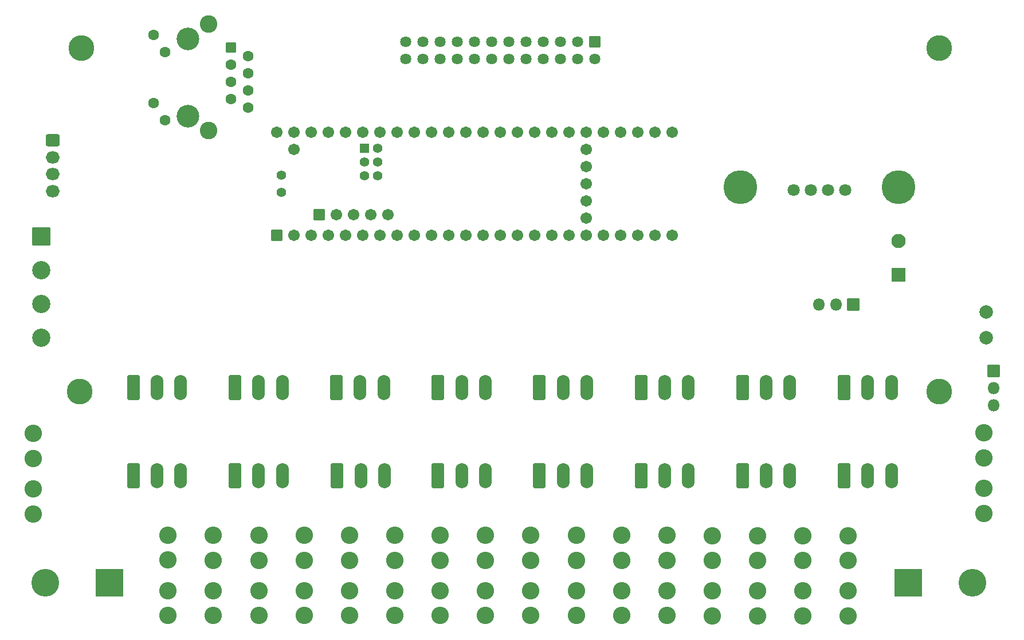
<source format=gbr>
%TF.GenerationSoftware,KiCad,Pcbnew,(6.0.7)*%
%TF.CreationDate,2022-08-24T09:40:48-04:00*%
%TF.ProjectId,Teensy_16,5465656e-7379-45f3-9136-2e6b69636164,v1*%
%TF.SameCoordinates,Original*%
%TF.FileFunction,Soldermask,Bot*%
%TF.FilePolarity,Negative*%
%FSLAX46Y46*%
G04 Gerber Fmt 4.6, Leading zero omitted, Abs format (unit mm)*
G04 Created by KiCad (PCBNEW (6.0.7)) date 2022-08-24 09:40:48*
%MOMM*%
%LPD*%
G01*
G04 APERTURE LIST*
G04 Aperture macros list*
%AMRoundRect*
0 Rectangle with rounded corners*
0 $1 Rounding radius*
0 $2 $3 $4 $5 $6 $7 $8 $9 X,Y pos of 4 corners*
0 Add a 4 corners polygon primitive as box body*
4,1,4,$2,$3,$4,$5,$6,$7,$8,$9,$2,$3,0*
0 Add four circle primitives for the rounded corners*
1,1,$1+$1,$2,$3*
1,1,$1+$1,$4,$5*
1,1,$1+$1,$6,$7*
1,1,$1+$1,$8,$9*
0 Add four rect primitives between the rounded corners*
20,1,$1+$1,$2,$3,$4,$5,0*
20,1,$1+$1,$4,$5,$6,$7,0*
20,1,$1+$1,$6,$7,$8,$9,0*
20,1,$1+$1,$8,$9,$2,$3,0*%
G04 Aperture macros list end*
%ADD10C,2.577000*%
%ADD11RoundRect,0.301000X-0.650000X-1.550000X0.650000X-1.550000X0.650000X1.550000X-0.650000X1.550000X0*%
%ADD12O,1.902000X3.702000*%
%ADD13C,3.802000*%
%ADD14C,5.000000*%
%ADD15C,1.802000*%
%ADD16C,3.352000*%
%ADD17RoundRect,0.301500X-0.499500X0.499500X-0.499500X-0.499500X0.499500X-0.499500X0.499500X0.499500X0*%
%ADD18C,1.602000*%
%ADD19C,2.602000*%
%ADD20RoundRect,0.051000X2.000000X2.000000X-2.000000X2.000000X-2.000000X-2.000000X2.000000X-2.000000X0*%
%ADD21C,4.102000*%
%ADD22RoundRect,0.051000X-2.000000X-2.000000X2.000000X-2.000000X2.000000X2.000000X-2.000000X2.000000X0*%
%ADD23RoundRect,0.051000X0.765000X0.765000X-0.765000X0.765000X-0.765000X-0.765000X0.765000X-0.765000X0*%
%ADD24C,1.632000*%
%ADD25RoundRect,0.051000X-0.800000X-0.800000X0.800000X-0.800000X0.800000X0.800000X-0.800000X0.800000X0*%
%ADD26C,1.702000*%
%ADD27RoundRect,0.051000X-0.650000X-0.650000X0.650000X-0.650000X0.650000X0.650000X-0.650000X0.650000X0*%
%ADD28C,1.402000*%
%ADD29RoundRect,0.051000X-0.850000X0.850000X-0.850000X-0.850000X0.850000X-0.850000X0.850000X0.850000X0*%
%ADD30O,1.802000X1.802000*%
%ADD31RoundRect,0.301000X-0.725000X0.600000X-0.725000X-0.600000X0.725000X-0.600000X0.725000X0.600000X0*%
%ADD32O,2.052000X1.802000*%
%ADD33C,2.006000*%
%ADD34RoundRect,0.051000X-0.850000X-0.850000X0.850000X-0.850000X0.850000X0.850000X-0.850000X0.850000X0*%
%ADD35RoundRect,0.051000X-1.300000X1.300000X-1.300000X-1.300000X1.300000X-1.300000X1.300000X1.300000X0*%
%ADD36C,2.702000*%
%ADD37RoundRect,0.051000X1.000000X-1.000000X1.000000X1.000000X-1.000000X1.000000X-1.000000X-1.000000X0*%
%ADD38C,2.102000*%
G04 APERTURE END LIST*
D10*
%TO.C,F18*%
X-126834600Y-5635100D03*
X-126834600Y-1935100D03*
X-126834600Y2564900D03*
X-126834600Y6264900D03*
%TD*%
D11*
%TO.C,J2*%
X-112017200Y3500D03*
D12*
X-108517200Y3500D03*
X-105017200Y3500D03*
%TD*%
D11*
%TO.C,J5*%
X-82017200Y13003500D03*
D12*
X-78517200Y13003500D03*
X-75017200Y13003500D03*
%TD*%
D11*
%TO.C,J6*%
X-81902858Y3500D03*
D12*
X-78402858Y3500D03*
X-74902858Y3500D03*
%TD*%
D11*
%TO.C,J7*%
X-67017200Y13003500D03*
D12*
X-63517200Y13003500D03*
X-60017200Y13003500D03*
%TD*%
D11*
%TO.C,J8*%
X-67017200Y3500D03*
D12*
X-63517200Y3500D03*
X-60017200Y3500D03*
%TD*%
D11*
%TO.C,J9*%
X-52017200Y13003500D03*
D12*
X-48517200Y13003500D03*
X-45017200Y13003500D03*
%TD*%
D11*
%TO.C,J10*%
X-52017200Y3500D03*
D12*
X-48517200Y3500D03*
X-45017200Y3500D03*
%TD*%
D11*
%TO.C,J11*%
X-37017200Y13003500D03*
D12*
X-33517200Y13003500D03*
X-30017200Y13003500D03*
%TD*%
D11*
%TO.C,J12*%
X-37017200Y3500D03*
D12*
X-33517200Y3500D03*
X-30017200Y3500D03*
%TD*%
D11*
%TO.C,J13*%
X-22017200Y13003500D03*
D12*
X-18517200Y13003500D03*
X-15017200Y13003500D03*
%TD*%
D11*
%TO.C,J14*%
X-22017200Y3500D03*
D12*
X-18517200Y3500D03*
X-15017200Y3500D03*
%TD*%
D11*
%TO.C,J15*%
X-7017200Y13003500D03*
D12*
X-3517200Y13003500D03*
X-17200Y13003500D03*
%TD*%
D11*
%TO.C,J16*%
X-7017200Y3500D03*
D12*
X-3517200Y3500D03*
X-17200Y3500D03*
%TD*%
D10*
%TO.C,F1*%
X-106894600Y-20685100D03*
X-106894600Y-16985100D03*
X-106894600Y-12485100D03*
X-106894600Y-8785100D03*
%TD*%
%TO.C,F7*%
X-66692002Y-20695100D03*
X-66692002Y-16995100D03*
X-66692002Y-12495100D03*
X-66692002Y-8795100D03*
%TD*%
%TO.C,F14*%
X-19788971Y-20760100D03*
X-19788971Y-17060100D03*
X-19788971Y-12560100D03*
X-19788971Y-8860100D03*
%TD*%
%TO.C,F2*%
X-100194167Y-20700100D03*
X-100194167Y-17000100D03*
X-100194167Y-12500100D03*
X-100194167Y-8800100D03*
%TD*%
%TO.C,F6*%
X-73392435Y-20695100D03*
X-73392435Y-16995100D03*
X-73392435Y-12495100D03*
X-73392435Y-8795100D03*
%TD*%
%TO.C,F8*%
X-59991569Y-20695100D03*
X-59991569Y-16995100D03*
X-59991569Y-12495100D03*
X-59991569Y-8795100D03*
%TD*%
%TO.C,F9*%
X-53291136Y-20695100D03*
X-53291136Y-16995100D03*
X-53291136Y-12495100D03*
X-53291136Y-8795100D03*
%TD*%
%TO.C,F10*%
X-46590703Y-20695100D03*
X-46590703Y-16995100D03*
X-46590703Y-12495100D03*
X-46590703Y-8795100D03*
%TD*%
%TO.C,F16*%
X-6388100Y-20760100D03*
X-6388100Y-17060100D03*
X-6388100Y-12560100D03*
X-6388100Y-8860100D03*
%TD*%
%TO.C,F5*%
X-80092868Y-20695100D03*
X-80092868Y-16995100D03*
X-80092868Y-12495100D03*
X-80092868Y-8795100D03*
%TD*%
%TO.C,F3*%
X-93493734Y-20700100D03*
X-93493734Y-17000100D03*
X-93493734Y-12500100D03*
X-93493734Y-8800100D03*
%TD*%
%TO.C,F13*%
X-26489404Y-20760100D03*
X-26489404Y-17060100D03*
X-26489404Y-12560100D03*
X-26489404Y-8860100D03*
%TD*%
%TO.C,F11*%
X-39890270Y-20695100D03*
X-39890270Y-16995100D03*
X-39890270Y-12495100D03*
X-39890270Y-8795100D03*
%TD*%
%TO.C,F4*%
X-86793301Y-20700100D03*
X-86793301Y-17000100D03*
X-86793301Y-12500100D03*
X-86793301Y-8800100D03*
%TD*%
D11*
%TO.C,J1*%
X-112017200Y13003500D03*
D12*
X-108517200Y13003500D03*
X-105017200Y13003500D03*
%TD*%
D11*
%TO.C,J3*%
X-97017200Y13003500D03*
D12*
X-93517200Y13003500D03*
X-90017200Y13003500D03*
%TD*%
D11*
%TO.C,J4*%
X-97017200Y3500D03*
D12*
X-93517200Y3500D03*
X-90017200Y3500D03*
%TD*%
D10*
%TO.C,F15*%
X-13088538Y-20760100D03*
X-13088538Y-17060100D03*
X-13088538Y-12560100D03*
X-13088538Y-8860100D03*
%TD*%
%TO.C,F12*%
X-33189837Y-20695100D03*
X-33189837Y-16995100D03*
X-33189837Y-12495100D03*
X-33189837Y-8795100D03*
%TD*%
D13*
%TO.C,H4*%
X-119689600Y63284900D03*
%TD*%
D14*
%TO.C,J26*%
X-22300200Y42703700D03*
X999800Y42703700D03*
D15*
X-14450200Y42203700D03*
X-11950200Y42203700D03*
X-9350200Y42203700D03*
X-6850200Y42203700D03*
%TD*%
D13*
%TO.C,H2*%
X-119989600Y12484900D03*
%TD*%
D10*
%TO.C,F17*%
X13608800Y-5578300D03*
X13608800Y-1878300D03*
X13608800Y2621700D03*
X13608800Y6321700D03*
%TD*%
D16*
%TO.C,J20*%
X-103950200Y64618700D03*
X-103950200Y53188700D03*
D17*
X-97600200Y63348700D03*
D18*
X-95060200Y62078700D03*
X-97600200Y60808700D03*
X-95060200Y59538700D03*
X-97600200Y58268700D03*
X-95060200Y56998700D03*
X-97600200Y55728700D03*
X-95060200Y54458700D03*
X-109030200Y65228700D03*
X-107330200Y62688700D03*
X-109030200Y55118700D03*
X-107330200Y52578700D03*
D19*
X-100900200Y51028700D03*
X-100900200Y66778700D03*
%TD*%
D20*
%TO.C,J17*%
X-115550200Y-15796300D03*
D21*
X-125050200Y-15796300D03*
%TD*%
D22*
%TO.C,J18*%
X2449800Y-15796300D03*
D21*
X11949800Y-15796300D03*
%TD*%
D23*
%TO.C,J24*%
X-43880200Y64173700D03*
D24*
X-43880200Y61633700D03*
X-46420200Y64173700D03*
X-46420200Y61633700D03*
X-48960200Y64173700D03*
X-48960200Y61633700D03*
X-51500200Y64173700D03*
X-51500200Y61633700D03*
X-54040200Y64173700D03*
X-54040200Y61633700D03*
X-56580200Y64173700D03*
X-56580200Y61633700D03*
X-59120200Y64173700D03*
X-59120200Y61633700D03*
X-61660200Y64173700D03*
X-61660200Y61633700D03*
X-64200200Y64173700D03*
X-64200200Y61633700D03*
X-66740200Y64173700D03*
X-66740200Y61633700D03*
X-69280200Y64173700D03*
X-69280200Y61633700D03*
X-71820200Y64173700D03*
X-71820200Y61633700D03*
%TD*%
D25*
%TO.C,U1*%
X-90860200Y35583700D03*
D26*
X-88320200Y35583700D03*
X-85780200Y35583700D03*
X-83240200Y35583700D03*
X-80700200Y35583700D03*
X-78160200Y35583700D03*
X-75620200Y35583700D03*
X-73080200Y35583700D03*
X-70540200Y35583700D03*
X-68000200Y35583700D03*
X-65460200Y35583700D03*
X-62920200Y35583700D03*
X-60380200Y35583700D03*
X-57840200Y35583700D03*
X-55300200Y35583700D03*
X-52760200Y35583700D03*
X-50220200Y35583700D03*
X-47680200Y35583700D03*
X-45140200Y35583700D03*
X-42600200Y35583700D03*
X-40060200Y35583700D03*
X-37520200Y35583700D03*
X-34980200Y35583700D03*
X-32440200Y35583700D03*
X-32440200Y50823700D03*
X-34980200Y50823700D03*
X-37520200Y50823700D03*
X-40060200Y50823700D03*
X-42600200Y50823700D03*
X-45140200Y50823700D03*
X-47680200Y50823700D03*
X-50220200Y50823700D03*
X-52760200Y50823700D03*
X-55300200Y50823700D03*
X-57840200Y50823700D03*
X-60380200Y50823700D03*
X-62920200Y50823700D03*
X-65460200Y50823700D03*
X-68000200Y50823700D03*
X-70540200Y50823700D03*
X-73080200Y50823700D03*
X-75620200Y50823700D03*
X-78160200Y50823700D03*
X-80700200Y50823700D03*
X-83240200Y50823700D03*
X-85780200Y50823700D03*
X-88320200Y50823700D03*
X-90860200Y50823700D03*
X-88320200Y48283700D03*
X-45140200Y38123700D03*
X-45140200Y40663700D03*
X-45140200Y43203700D03*
X-45140200Y45743700D03*
X-45140200Y48283700D03*
D25*
X-84561000Y38634500D03*
D26*
X-82021000Y38634500D03*
X-79481000Y38634500D03*
X-76941000Y38634500D03*
X-74401000Y38634500D03*
D27*
X-77890200Y48385300D03*
D28*
X-77890200Y46385300D03*
X-77890200Y44385300D03*
X-75890200Y44385300D03*
X-75890200Y46385300D03*
X-75890200Y48385300D03*
X-90130200Y44473700D03*
X-90130200Y41933700D03*
%TD*%
D13*
%TO.C,H1*%
X7010400Y12484900D03*
%TD*%
D29*
%TO.C,J23*%
X-5625200Y25303700D03*
D30*
X-8165200Y25303700D03*
X-10705200Y25303700D03*
%TD*%
D31*
%TO.C,J19*%
X-123950200Y49603700D03*
D32*
X-123950200Y47103700D03*
X-123950200Y44603700D03*
X-123950200Y42103700D03*
%TD*%
D33*
%TO.C,J27*%
X14000259Y20398140D03*
X14000259Y24208140D03*
%TD*%
D34*
%TO.C,J28*%
X15049800Y15503700D03*
D30*
X15049800Y12963700D03*
X15049800Y10423700D03*
%TD*%
D35*
%TO.C,J22*%
X-125650200Y35403700D03*
D36*
X-125650200Y30403700D03*
X-125650200Y25403700D03*
X-125650200Y20403700D03*
%TD*%
D37*
%TO.C,C1*%
X1049800Y29736023D03*
D38*
X1049800Y34736023D03*
%TD*%
D13*
%TO.C,H5*%
X7010400Y63284887D03*
%TD*%
M02*

</source>
